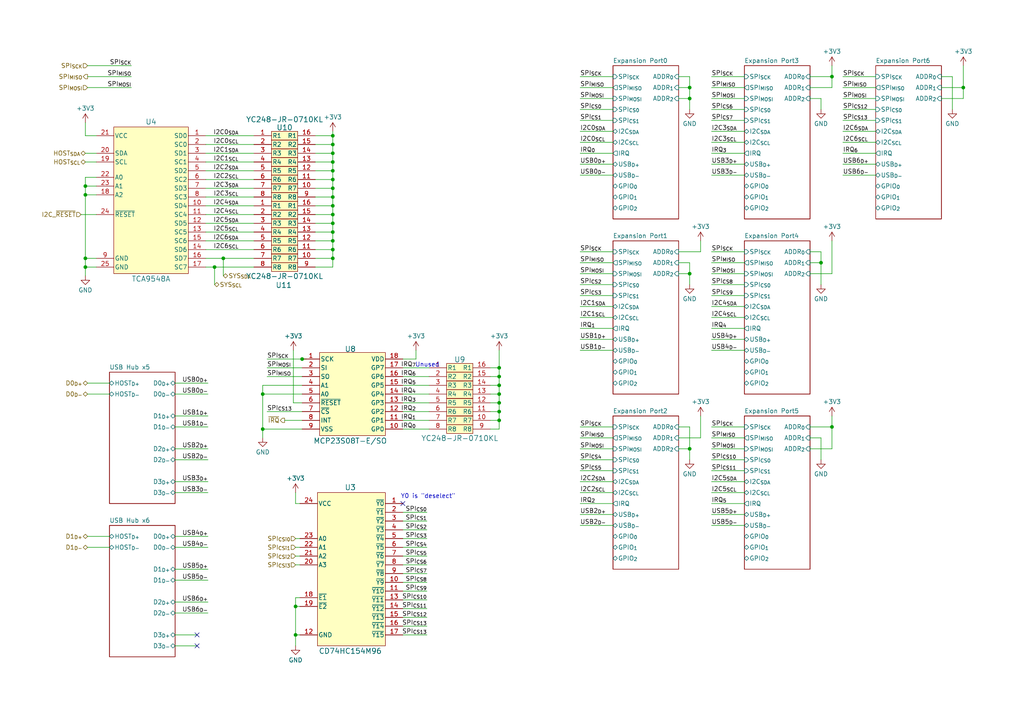
<source format=kicad_sch>
(kicad_sch (version 20231120) (generator "eeschema") (generator_version "8.0")
  (paper "A4")
  (lib_symbols
    (symbol "compi:CD74HC154M96" (pin_names (offset 0.254))
      (property "Reference" "U3" (at 0 22.86 0))
      (property "Value" "CD74HC154M96" (at 0 -22.86 0))
      (symbol "CD74HC154M96_1_1"
        (rectangle (start -9.525 22.225) (end 10.16 -22.225) (fill (type background)))
        (pin output line (at 15.24 19.05 180) (length 5.08) (name "~{Y0}") (number "1"))
        (pin output line (at 15.24 -3.81 180) (length 5.08) (name "~{Y9}") (number "10"))
        (pin output line (at 15.24 -6.35 180) (length 5.08) (name "~{Y10}") (number "11"))
        (pin power_in line (at -14.605 -19.05 0) (length 5.08) (name "GND") (number "12"))
        (pin output line (at 15.24 -8.89 180) (length 5.08) (name "~{Y11}") (number "13"))
        (pin output line (at 15.24 -11.43 180) (length 5.08) (name "~{Y12}") (number "14"))
        (pin output line (at 15.24 -13.97 180) (length 5.08) (name "~{Y13}") (number "15"))
        (pin output line (at 15.24 -16.51 180) (length 5.08) (name "~{Y14}") (number "16"))
        (pin output line (at 15.24 -19.05 180) (length 5.08) (name "~{Y15}") (number "17"))
        (pin input line (at -14.605 -8.255 0) (length 5.08) (name "~{E1}") (number "18"))
        (pin input line (at -14.605 -10.795 0) (length 5.08) (name "~{E2}") (number "19"))
        (pin output line (at 15.24 16.51 180) (length 5.08) (name "~{Y1}") (number "2"))
        (pin input line (at -14.605 1.27 0) (length 5.08) (name "A3") (number "20"))
        (pin input line (at -14.605 3.81 0) (length 5.08) (name "A2") (number "21"))
        (pin input line (at -14.605 6.35 0) (length 5.08) (name "A1") (number "22"))
        (pin input line (at -14.605 8.89 0) (length 5.08) (name "A0") (number "23"))
        (pin power_in line (at -14.605 19.05 0) (length 5.08) (name "VCC") (number "24"))
        (pin output line (at 15.24 13.97 180) (length 5.08) (name "~{Y2}") (number "3"))
        (pin output line (at 15.24 11.43 180) (length 5.08) (name "~{Y3}") (number "4"))
        (pin output line (at 15.24 8.89 180) (length 5.08) (name "~{Y4}") (number "5"))
        (pin output line (at 15.24 6.35 180) (length 5.08) (name "~{Y5}") (number "6"))
        (pin output line (at 15.24 3.81 180) (length 5.08) (name "~{Y6}") (number "7"))
        (pin output line (at 15.24 1.27 180) (length 5.08) (name "~{Y7}") (number "8"))
        (pin output line (at 15.24 -1.27 180) (length 5.08) (name "~{Y8}") (number "9"))
      )
    )
    (symbol "compi:MCP23S08T-E/SO" (pin_names (offset 0.254))
      (property "Reference" "U8" (at 0 10.922 0))
      (property "Value" "MCP23S08T-E/SO" (at 0 -13.97 0))
      (symbol "MCP23S08T-E/SO_1_1"
        (rectangle (start -8.89 10.795) (end 10.16 -13.335) (fill (type background)))
        (pin input line (at -13.97 8.89 0) (length 5.08) (name "SCK") (number "1"))
        (pin tri_state line (at 15.24 -11.43 180) (length 5.08) (name "GP0") (number "10"))
        (pin tri_state line (at 15.24 -8.89 180) (length 5.08) (name "GP1") (number "11"))
        (pin tri_state line (at 15.24 -6.35 180) (length 5.08) (name "GP2") (number "12"))
        (pin tri_state line (at 15.24 -3.81 180) (length 5.08) (name "GP3") (number "13"))
        (pin tri_state line (at 15.24 -1.27 180) (length 5.08) (name "GP4") (number "14"))
        (pin tri_state line (at 15.24 1.27 180) (length 5.08) (name "GP5") (number "15"))
        (pin tri_state line (at 15.24 3.81 180) (length 5.08) (name "GP6") (number "16"))
        (pin tri_state line (at 15.24 6.35 180) (length 5.08) (name "GP7") (number "17"))
        (pin power_in line (at 15.24 8.89 180) (length 5.08) (name "VDD") (number "18"))
        (pin input line (at -13.97 6.35 0) (length 5.08) (name "SI") (number "2"))
        (pin output line (at -13.97 3.81 0) (length 5.08) (name "SO") (number "3"))
        (pin input line (at -13.97 1.27 0) (length 5.08) (name "A1") (number "4"))
        (pin input line (at -13.97 -1.27 0) (length 5.08) (name "A0") (number "5"))
        (pin input line (at -13.97 -3.81 0) (length 5.08) (name "~{RESET}") (number "6"))
        (pin input line (at -13.97 -6.35 0) (length 5.08) (name "~{CS}") (number "7"))
        (pin output line (at -13.97 -8.89 0) (length 5.08) (name "INT") (number "8"))
        (pin power_in line (at -13.97 -11.43 0) (length 5.08) (name "VSS") (number "9"))
      )
    )
    (symbol "compi:TCA9548ARGERQ1" (pin_names (offset 0.254))
      (property "Reference" "U4" (at 0 22.225 0))
      (property "Value" "TCA9548A" (at 0 -21.59 0))
      (symbol "TCA9548ARGERQ1_1_1"
        (rectangle (start -10.795 21.59) (end 10.795 -20.955) (fill (type background)))
        (pin open_collector line (at 15.875 19.05 180) (length 5.08) (name "SD0") (number "1"))
        (pin open_collector line (at 15.875 -1.27 180) (length 5.08) (name "SD4") (number "10"))
        (pin open_collector line (at 15.875 -3.81 180) (length 5.08) (name "SC4") (number "11"))
        (pin open_collector line (at 15.875 -6.35 180) (length 5.08) (name "SD5") (number "12"))
        (pin open_collector line (at 15.875 -8.89 180) (length 5.08) (name "SC5") (number "13"))
        (pin open_collector line (at 15.875 -13.97 180) (length 5.08) (name "SD6") (number "14"))
        (pin open_collector line (at 15.875 -11.43 180) (length 5.08) (name "SC6") (number "15"))
        (pin open_collector line (at 15.875 -16.51 180) (length 5.08) (name "SD7") (number "16"))
        (pin open_collector line (at 15.875 -19.05 180) (length 5.08) (name "SC7") (number "17"))
        (pin input line (at -15.875 1.905 0) (length 5.08) (name "A2") (number "18"))
        (pin open_collector line (at -15.875 11.43 0) (length 5.08) (name "SCL") (number "19"))
        (pin open_collector line (at 15.875 16.51 180) (length 5.08) (name "SC0") (number "2"))
        (pin open_collector line (at -15.875 13.97 0) (length 5.08) (name "SDA") (number "20"))
        (pin power_in line (at -15.875 19.05 0) (length 5.08) (name "VCC") (number "21"))
        (pin input line (at -15.875 6.985 0) (length 5.08) (name "A0") (number "22"))
        (pin input line (at -15.875 4.445 0) (length 5.08) (name "A1") (number "23"))
        (pin input line (at -15.875 -3.81 0) (length 5.08) (name "~{RESET}") (number "24"))
        (pin power_in line (at -15.875 -19.05 0) (length 5.08) (name "GND") (number "25"))
        (pin open_collector line (at 15.875 13.97 180) (length 5.08) (name "SD1") (number "3"))
        (pin open_collector line (at 15.875 11.43 180) (length 5.08) (name "SC1") (number "4"))
        (pin open_collector line (at 15.875 8.89 180) (length 5.08) (name "SD2") (number "5"))
        (pin open_collector line (at 15.875 6.35 180) (length 5.08) (name "SC2") (number "6"))
        (pin open_collector line (at 15.875 3.81 180) (length 5.08) (name "SD3") (number "7"))
        (pin open_collector line (at 15.875 1.27 180) (length 5.08) (name "SC3") (number "8"))
        (pin power_in line (at -15.875 -16.51 0) (length 5.08) (name "GND") (number "9"))
      )
    )
    (symbol "compi:YC248-JR-0710KL" (pin_names (offset 0.254))
      (property "Reference" "U9" (at 0 10.414 0))
      (property "Value" "YC248-JR-0710KL" (at 0 -10.668 0))
      (symbol "YC248-JR-0710KL_1_1"
        (rectangle (start -3.81 -7.62) (end 3.81 -10.16) (fill (type background)))
        (rectangle (start -3.81 -5.08) (end 3.81 -7.62) (fill (type background)))
        (rectangle (start -3.81 -2.54) (end 3.81 -5.08) (fill (type background)))
        (rectangle (start -3.81 0) (end 3.81 -2.54) (fill (type background)))
        (rectangle (start -3.81 2.54) (end 3.81 0) (fill (type background)))
        (rectangle (start -3.81 5.08) (end 3.81 2.54) (fill (type background)))
        (rectangle (start -3.81 7.62) (end 3.81 5.08) (fill (type background)))
        (rectangle (start -3.81 10.16) (end 3.81 7.62) (fill (type background)))
        (pin passive line (at -8.89 8.89 0) (length 5.08) (name "R1") (number "1"))
        (pin passive line (at 8.89 -6.35 180) (length 5.08) (name "R7") (number "10"))
        (pin passive line (at 8.89 -3.81 180) (length 5.08) (name "R6") (number "11"))
        (pin passive line (at 8.89 -1.27 180) (length 5.08) (name "R5") (number "12"))
        (pin passive line (at 8.89 1.27 180) (length 5.08) (name "R4") (number "13"))
        (pin passive line (at 8.89 3.81 180) (length 5.08) (name "R3") (number "14"))
        (pin passive line (at 8.89 6.35 180) (length 5.08) (name "R2") (number "15"))
        (pin passive line (at 8.89 8.89 180) (length 5.08) (name "R1") (number "16"))
        (pin passive line (at -8.89 6.35 0) (length 5.08) (name "R2") (number "2"))
        (pin passive line (at -8.89 3.81 0) (length 5.08) (name "R3") (number "3"))
        (pin passive line (at -8.89 1.27 0) (length 5.08) (name "R4") (number "4"))
        (pin passive line (at -8.89 -1.27 0) (length 5.08) (name "R5") (number "5"))
        (pin passive line (at -8.89 -3.81 0) (length 5.08) (name "R6") (number "6"))
        (pin passive line (at -8.89 -6.35 0) (length 5.08) (name "R7") (number "7"))
        (pin passive line (at -8.89 -8.89 0) (length 5.08) (name "R8") (number "8"))
        (pin passive line (at 8.89 -8.89 180) (length 5.08) (name "R8") (number "9"))
      )
    )
    (symbol "power:+3V3" (power) (pin_names (offset 0))
      (property "Value" "+3V3" (at 0 3.556 0))
      (symbol "+3V3_0_1"
        (polyline (pts (xy -0.762 1.27) (xy 0 2.54)))
        (polyline (pts (xy 0 0) (xy 0 2.54)))
        (polyline (pts (xy 0 2.54) (xy 0.762 1.27)))
      )
      (symbol "+3V3_1_1"
        (pin power_in line (at 0 0 90) (length 0) hide (name "+3V3") (number "1"))
      )
    )
    (symbol "power:GND" (power) (pin_names (offset 0))
      (property "Value" "GND" (at 0 -3.81 0))
      (symbol "GND_0_1"
        (polyline (pts (xy 0 0) (xy 0 -1.27) (xy 1.27 -1.27) (xy 0 -2.54) (xy -1.27 -1.27) (xy 0 -1.27)))
      )
      (symbol "GND_1_1"
        (pin power_in line (at 0 0 270) (length 0) hide (name "GND") (number "1"))
      )
    )
  )
  (junction (at 96.52 54.61))
  (junction (at 96.52 72.39))
  (junction (at 96.52 52.07))
  (junction (at 62.23 77.47))
  (junction (at 96.52 67.31))
  (junction (at 76.2 124.46))
  (junction (at 96.52 64.77))
  (junction (at 200.025 130.175))
  (junction (at 144.78 121.92))
  (junction (at 144.78 109.22))
  (junction (at 144.78 106.68))
  (junction (at 144.78 114.3))
  (junction (at 85.725 175.895))
  (junction (at 144.78 116.84))
  (junction (at 200.025 28.575))
  (junction (at 144.78 111.76))
  (junction (at 96.52 59.69))
  (junction (at 96.52 57.15))
  (junction (at 238.125 76.2))
  (junction (at 144.78 119.38))
  (junction (at 96.52 62.23))
  (junction (at 200.025 25.4))
  (junction (at 96.52 49.53))
  (junction (at 85.725 184.15))
  (junction (at 24.765 74.93))
  (junction (at 241.3 22.225))
  (junction (at 279.4 25.4))
  (junction (at 96.52 74.93))
  (junction (at 96.52 69.85))
  (junction (at 96.52 39.37))
  (junction (at 96.52 44.45))
  (junction (at 24.765 56.515))
  (junction (at 200.025 79.375))
  (junction (at 24.765 77.47))
  (junction (at 241.3 123.825))
  (junction (at 64.77 74.93))
  (junction (at 96.52 46.99))
  (junction (at 96.52 41.91))
  (junction (at 87.63 104.14))
  (junction (at 76.2 114.3))
  (junction (at 24.765 53.975))
  (no_connect (at 57.15 184.15))
  (no_connect (at 116.84 146.05))
  (no_connect (at 57.15 187.325))
  (wire (pts (xy 59.69 59.69) (xy 73.66 59.69)))
  (wire (pts (xy 50.8 187.325) (xy 57.15 187.325)))
  (wire (pts (xy 196.85 22.225) (xy 200.025 22.225)))
  (wire (pts (xy 177.8 25.4) (xy 168.275 25.4)))
  (wire (pts (xy 200.025 79.375) (xy 200.025 82.55)))
  (wire (pts (xy 215.9 133.35) (xy 206.375 133.35)))
  (wire (pts (xy 116.84 181.61) (xy 123.825 181.61)))
  (wire (pts (xy 200.025 28.575) (xy 200.025 31.75)))
  (wire (pts (xy 177.8 101.6) (xy 168.275 101.6)))
  (wire (pts (xy 234.95 130.175) (xy 241.3 130.175)))
  (wire (pts (xy 196.85 28.575) (xy 200.025 28.575)))
  (wire (pts (xy 24.765 53.975) (xy 27.94 53.975)))
  (wire (pts (xy 215.9 149.225) (xy 206.375 149.225)))
  (wire (pts (xy 91.44 52.07) (xy 96.52 52.07)))
  (wire (pts (xy 177.8 79.375) (xy 168.275 79.375)))
  (wire (pts (xy 62.23 77.47) (xy 73.66 77.47)))
  (wire (pts (xy 196.85 73.025) (xy 203.2 73.025)))
  (wire (pts (xy 82.55 121.92) (xy 87.63 121.92)))
  (wire (pts (xy 273.05 25.4) (xy 279.4 25.4)))
  (wire (pts (xy 142.24 109.22) (xy 144.78 109.22)))
  (wire (pts (xy 244.475 31.75) (xy 254 31.75)))
  (wire (pts (xy 206.375 38.1) (xy 215.9 38.1)))
  (wire (pts (xy 196.85 123.825) (xy 200.025 123.825)))
  (wire (pts (xy 91.44 77.47) (xy 96.52 77.47)))
  (wire (pts (xy 215.9 28.575) (xy 206.375 28.575)))
  (wire (pts (xy 91.44 41.91) (xy 96.52 41.91)))
  (wire (pts (xy 50.8 120.65) (xy 60.325 120.65)))
  (wire (pts (xy 116.84 184.15) (xy 123.825 184.15)))
  (wire (pts (xy 116.84 104.14) (xy 120.65 104.14)))
  (wire (pts (xy 206.375 95.25) (xy 215.9 95.25)))
  (wire (pts (xy 254 47.625) (xy 244.475 47.625)))
  (wire (pts (xy 142.24 114.3) (xy 144.78 114.3)))
  (wire (pts (xy 76.2 111.76) (xy 76.2 114.3)))
  (wire (pts (xy 96.52 44.45) (xy 96.52 46.99)))
  (wire (pts (xy 24.765 74.93) (xy 24.765 77.47)))
  (wire (pts (xy 24.765 77.47) (xy 27.94 77.47)))
  (wire (pts (xy 87.63 111.76) (xy 76.2 111.76)))
  (wire (pts (xy 177.8 149.225) (xy 168.275 149.225)))
  (wire (pts (xy 116.84 148.59) (xy 123.825 148.59)))
  (wire (pts (xy 85.725 161.29) (xy 86.995 161.29)))
  (wire (pts (xy 196.85 130.175) (xy 200.025 130.175)))
  (wire (pts (xy 234.95 127) (xy 238.125 127)))
  (wire (pts (xy 234.95 22.225) (xy 241.3 22.225)))
  (wire (pts (xy 116.84 176.53) (xy 123.825 176.53)))
  (wire (pts (xy 25.4 111.125) (xy 31.75 111.125)))
  (wire (pts (xy 116.84 158.75) (xy 123.825 158.75)))
  (wire (pts (xy 215.9 47.625) (xy 206.375 47.625)))
  (wire (pts (xy 206.375 92.075) (xy 215.9 92.075)))
  (wire (pts (xy 85.725 187.325) (xy 85.725 184.15)))
  (wire (pts (xy 116.84 121.92) (xy 124.46 121.92)))
  (wire (pts (xy 91.44 67.31) (xy 96.52 67.31)))
  (wire (pts (xy 116.84 168.91) (xy 123.825 168.91)))
  (wire (pts (xy 50.8 174.625) (xy 60.325 174.625)))
  (wire (pts (xy 59.69 44.45) (xy 73.66 44.45)))
  (wire (pts (xy 177.8 22.225) (xy 168.275 22.225)))
  (wire (pts (xy 142.24 116.84) (xy 144.78 116.84)))
  (wire (pts (xy 142.24 119.38) (xy 144.78 119.38)))
  (wire (pts (xy 87.63 109.22) (xy 77.47 109.22)))
  (wire (pts (xy 85.725 175.895) (xy 85.725 184.15)))
  (wire (pts (xy 85.725 173.355) (xy 85.725 175.895)))
  (wire (pts (xy 24.765 35.56) (xy 24.765 39.37)))
  (wire (pts (xy 116.84 166.37) (xy 123.825 166.37)))
  (wire (pts (xy 177.8 136.525) (xy 168.275 136.525)))
  (wire (pts (xy 177.8 50.8) (xy 168.275 50.8)))
  (wire (pts (xy 59.69 52.07) (xy 73.66 52.07)))
  (wire (pts (xy 85.725 142.875) (xy 85.725 146.05)))
  (wire (pts (xy 116.84 114.3) (xy 124.46 114.3)))
  (wire (pts (xy 142.24 106.68) (xy 144.78 106.68)))
  (wire (pts (xy 116.84 153.67) (xy 123.825 153.67)))
  (wire (pts (xy 238.125 127) (xy 238.125 133.35)))
  (wire (pts (xy 241.3 79.375) (xy 241.3 69.85)))
  (wire (pts (xy 50.8 168.275) (xy 60.325 168.275)))
  (wire (pts (xy 206.375 146.05) (xy 215.9 146.05)))
  (wire (pts (xy 206.375 85.725) (xy 215.9 85.725)))
  (wire (pts (xy 62.23 82.55) (xy 62.23 77.47)))
  (wire (pts (xy 116.84 111.76) (xy 124.46 111.76)))
  (wire (pts (xy 91.44 74.93) (xy 96.52 74.93)))
  (wire (pts (xy 50.8 111.125) (xy 60.325 111.125)))
  (wire (pts (xy 177.8 76.2) (xy 168.275 76.2)))
  (wire (pts (xy 25.4 22.225) (xy 38.1 22.225)))
  (wire (pts (xy 241.3 25.4) (xy 241.3 22.225)))
  (wire (pts (xy 215.9 79.375) (xy 206.375 79.375)))
  (wire (pts (xy 144.78 116.84) (xy 144.78 119.38)))
  (wire (pts (xy 279.4 25.4) (xy 279.4 19.05)))
  (wire (pts (xy 196.85 25.4) (xy 200.025 25.4)))
  (wire (pts (xy 168.275 38.1) (xy 177.8 38.1)))
  (wire (pts (xy 177.8 152.4) (xy 168.275 152.4)))
  (wire (pts (xy 96.52 72.39) (xy 96.52 74.93)))
  (wire (pts (xy 200.025 123.825) (xy 200.025 130.175)))
  (wire (pts (xy 177.8 130.175) (xy 168.275 130.175)))
  (wire (pts (xy 238.125 76.2) (xy 238.125 82.55)))
  (wire (pts (xy 91.44 59.69) (xy 96.52 59.69)))
  (wire (pts (xy 50.8 184.15) (xy 57.15 184.15)))
  (wire (pts (xy 96.52 69.85) (xy 96.52 72.39)))
  (wire (pts (xy 91.44 54.61) (xy 96.52 54.61)))
  (wire (pts (xy 25.4 158.75) (xy 31.75 158.75)))
  (wire (pts (xy 200.025 76.2) (xy 200.025 79.375)))
  (wire (pts (xy 215.9 82.55) (xy 206.375 82.55)))
  (wire (pts (xy 64.77 80.01) (xy 64.77 74.93)))
  (wire (pts (xy 23.495 62.23) (xy 27.94 62.23)))
  (wire (pts (xy 91.44 46.99) (xy 96.52 46.99)))
  (wire (pts (xy 215.9 98.425) (xy 206.375 98.425)))
  (wire (pts (xy 24.765 51.435) (xy 24.765 53.975)))
  (wire (pts (xy 116.84 161.29) (xy 123.825 161.29)))
  (wire (pts (xy 241.3 22.225) (xy 241.3 19.05)))
  (wire (pts (xy 76.2 124.46) (xy 87.63 124.46)))
  (wire (pts (xy 234.95 25.4) (xy 241.3 25.4)))
  (wire (pts (xy 116.84 171.45) (xy 123.825 171.45)))
  (wire (pts (xy 142.24 124.46) (xy 144.78 124.46)))
  (wire (pts (xy 76.2 114.3) (xy 76.2 124.46)))
  (wire (pts (xy 96.52 41.91) (xy 96.52 44.45)))
  (wire (pts (xy 25.4 19.05) (xy 38.1 19.05)))
  (wire (pts (xy 177.8 28.575) (xy 168.275 28.575)))
  (wire (pts (xy 177.8 133.35) (xy 168.275 133.35)))
  (wire (pts (xy 215.9 73.025) (xy 206.375 73.025)))
  (wire (pts (xy 96.52 59.69) (xy 96.52 62.23)))
  (wire (pts (xy 200.025 22.225) (xy 200.025 25.4)))
  (wire (pts (xy 215.9 123.825) (xy 206.375 123.825)))
  (wire (pts (xy 59.69 54.61) (xy 73.66 54.61)))
  (wire (pts (xy 200.025 130.175) (xy 200.025 133.35)))
  (wire (pts (xy 59.69 41.91) (xy 73.66 41.91)))
  (wire (pts (xy 177.8 127) (xy 168.275 127)))
  (wire (pts (xy 50.8 133.35) (xy 60.325 133.35)))
  (wire (pts (xy 177.8 34.925) (xy 168.275 34.925)))
  (wire (pts (xy 234.95 76.2) (xy 238.125 76.2)))
  (wire (pts (xy 142.24 111.76) (xy 144.78 111.76)))
  (wire (pts (xy 86.995 173.355) (xy 85.725 173.355)))
  (wire (pts (xy 85.725 158.75) (xy 86.995 158.75)))
  (wire (pts (xy 177.8 98.425) (xy 168.275 98.425)))
  (wire (pts (xy 96.52 62.23) (xy 96.52 64.77)))
  (wire (pts (xy 215.9 130.175) (xy 206.375 130.175)))
  (wire (pts (xy 215.9 101.6) (xy 206.375 101.6)))
  (wire (pts (xy 279.4 28.575) (xy 279.4 25.4)))
  (wire (pts (xy 96.52 67.31) (xy 96.52 69.85)))
  (wire (pts (xy 91.44 72.39) (xy 96.52 72.39)))
  (wire (pts (xy 254 50.8) (xy 244.475 50.8)))
  (wire (pts (xy 244.475 38.1) (xy 254 38.1)))
  (wire (pts (xy 254 22.225) (xy 244.475 22.225)))
  (wire (pts (xy 91.44 39.37) (xy 96.52 39.37)))
  (wire (pts (xy 200.025 25.4) (xy 200.025 28.575)))
  (wire (pts (xy 144.78 111.76) (xy 144.78 114.3)))
  (wire (pts (xy 206.375 142.875) (xy 215.9 142.875)))
  (wire (pts (xy 215.9 50.8) (xy 206.375 50.8)))
  (wire (pts (xy 206.375 41.275) (xy 215.9 41.275)))
  (wire (pts (xy 50.8 177.8) (xy 60.325 177.8)))
  (wire (pts (xy 76.2 114.3) (xy 87.63 114.3)))
  (wire (pts (xy 50.8 142.875) (xy 60.325 142.875)))
  (wire (pts (xy 24.765 56.515) (xy 27.94 56.515)))
  (wire (pts (xy 196.85 79.375) (xy 200.025 79.375)))
  (wire (pts (xy 59.69 57.15) (xy 73.66 57.15)))
  (wire (pts (xy 116.84 151.13) (xy 123.825 151.13)))
  (wire (pts (xy 168.275 44.45) (xy 177.8 44.45)))
  (wire (pts (xy 206.375 88.9) (xy 215.9 88.9)))
  (wire (pts (xy 206.375 34.925) (xy 215.9 34.925)))
  (wire (pts (xy 142.24 121.92) (xy 144.78 121.92)))
  (wire (pts (xy 24.765 46.99) (xy 27.94 46.99)))
  (wire (pts (xy 116.84 109.22) (xy 124.46 109.22)))
  (wire (pts (xy 59.69 69.85) (xy 73.66 69.85)))
  (wire (pts (xy 116.84 156.21) (xy 123.825 156.21)))
  (wire (pts (xy 85.725 163.83) (xy 86.995 163.83)))
  (wire (pts (xy 144.78 109.22) (xy 144.78 111.76)))
  (wire (pts (xy 50.8 165.1) (xy 60.325 165.1)))
  (wire (pts (xy 206.375 139.7) (xy 215.9 139.7)))
  (wire (pts (xy 168.275 139.7) (xy 177.8 139.7)))
  (wire (pts (xy 59.69 46.99) (xy 73.66 46.99)))
  (wire (pts (xy 59.69 64.77) (xy 73.66 64.77)))
  (wire (pts (xy 116.84 163.83) (xy 123.825 163.83)))
  (wire (pts (xy 116.84 124.46) (xy 124.46 124.46)))
  (wire (pts (xy 168.275 41.275) (xy 177.8 41.275)))
  (wire (pts (xy 238.125 73.025) (xy 238.125 76.2)))
  (wire (pts (xy 96.52 38.1) (xy 96.52 39.37)))
  (wire (pts (xy 120.65 101.6) (xy 120.65 104.14)))
  (wire (pts (xy 91.44 64.77) (xy 96.52 64.77)))
  (wire (pts (xy 144.78 121.92) (xy 144.78 124.46)))
  (wire (pts (xy 144.78 101.6) (xy 144.78 106.68)))
  (wire (pts (xy 116.84 116.84) (xy 124.46 116.84)))
  (wire (pts (xy 77.47 119.38) (xy 87.63 119.38)))
  (wire (pts (xy 215.9 22.225) (xy 206.375 22.225)))
  (wire (pts (xy 24.765 53.975) (xy 24.765 56.515)))
  (wire (pts (xy 234.95 28.575) (xy 238.125 28.575)))
  (wire (pts (xy 59.69 62.23) (xy 73.66 62.23)))
  (wire (pts (xy 87.63 104.14) (xy 77.47 104.14)))
  (wire (pts (xy 85.725 175.895) (xy 86.995 175.895)))
  (wire (pts (xy 96.52 54.61) (xy 96.52 57.15)))
  (wire (pts (xy 144.78 119.38) (xy 144.78 121.92)))
  (wire (pts (xy 50.8 123.825) (xy 60.325 123.825)))
  (wire (pts (xy 203.2 73.025) (xy 203.2 69.85)))
  (wire (pts (xy 116.84 173.99) (xy 123.825 173.99)))
  (wire (pts (xy 168.275 142.875) (xy 177.8 142.875)))
  (wire (pts (xy 59.69 74.93) (xy 64.77 74.93)))
  (wire (pts (xy 177.8 123.825) (xy 168.275 123.825)))
  (wire (pts (xy 50.8 114.3) (xy 60.325 114.3)))
  (wire (pts (xy 215.9 76.2) (xy 206.375 76.2)))
  (wire (pts (xy 116.84 179.07) (xy 123.825 179.07)))
  (wire (pts (xy 234.95 123.825) (xy 241.3 123.825)))
  (wire (pts (xy 59.69 67.31) (xy 73.66 67.31)))
  (wire (pts (xy 87.63 106.68) (xy 77.47 106.68)))
  (wire (pts (xy 168.275 88.9) (xy 177.8 88.9)))
  (wire (pts (xy 234.95 73.025) (xy 238.125 73.025)))
  (wire (pts (xy 168.275 92.075) (xy 177.8 92.075)))
  (wire (pts (xy 59.69 72.39) (xy 73.66 72.39)))
  (wire (pts (xy 50.8 130.175) (xy 60.325 130.175)))
  (wire (pts (xy 76.2 124.46) (xy 76.2 127)))
  (wire (pts (xy 144.78 106.68) (xy 144.78 109.22)))
  (wire (pts (xy 168.275 95.25) (xy 177.8 95.25)))
  (wire (pts (xy 144.78 114.3) (xy 144.78 116.84)))
  (wire (pts (xy 85.725 156.21) (xy 86.995 156.21)))
  (wire (pts (xy 25.4 155.575) (xy 31.75 155.575)))
  (wire (pts (xy 91.44 49.53) (xy 96.52 49.53)))
  (wire (pts (xy 177.8 31.75) (xy 168.275 31.75)))
  (wire (pts (xy 244.475 44.45) (xy 254 44.45)))
  (wire (pts (xy 85.09 101.6) (xy 85.09 116.84)))
  (wire (pts (xy 238.125 28.575) (xy 238.125 31.75)))
  (wire (pts (xy 273.05 22.225) (xy 276.225 22.225)))
  (wire (pts (xy 196.85 76.2) (xy 200.025 76.2)))
  (wire (pts (xy 196.85 127) (xy 203.2 127)))
  (wire (pts (xy 254 25.4) (xy 244.475 25.4)))
  (wire (pts (xy 96.52 52.07) (xy 96.52 54.61)))
  (wire (pts (xy 91.44 69.85) (xy 96.52 69.85)))
  (wire (pts (xy 203.2 127) (xy 203.2 120.65)))
  (wire (pts (xy 177.8 73.025) (xy 168.275 73.025)))
  (wire (pts (xy 24.765 74.93) (xy 27.94 74.93)))
  (wire (pts (xy 96.52 57.15) (xy 96.52 59.69)))
  (wire (pts (xy 206.375 44.45) (xy 215.9 44.45)))
  (wire (pts (xy 168.275 146.05) (xy 177.8 146.05)))
  (wire (pts (xy 241.3 123.825) (xy 241.3 120.65)))
  (wire (pts (xy 27.94 39.37) (xy 24.765 39.37)))
  (wire (pts (xy 116.84 119.38) (xy 124.46 119.38)))
  (wire (pts (xy 87.63 116.84) (xy 85.09 116.84)))
  (wire (pts (xy 276.225 22.225) (xy 276.225 31.75)))
  (wire (pts (xy 27.94 51.435) (xy 24.765 51.435)))
  (wire (pts (xy 116.84 106.68) (xy 124.46 106.68)))
  (wire (pts (xy 241.3 123.825) (xy 241.3 130.175)))
  (wire (pts (xy 96.52 64.77) (xy 96.52 67.31)))
  (wire (pts (xy 96.52 49.53) (xy 96.52 52.07)))
  (wire (pts (xy 254 28.575) (xy 244.475 28.575)))
  (wire (pts (xy 91.44 62.23) (xy 96.52 62.23)))
  (wire (pts (xy 64.77 74.93) (xy 73.66 74.93)))
  (wire (pts (xy 27.94 44.45) (xy 24.765 44.45)))
  (wire (pts (xy 215.9 25.4) (xy 206.375 25.4)))
  (wire (pts (xy 215.9 127) (xy 206.375 127)))
  (wire (pts (xy 59.69 49.53) (xy 73.66 49.53)))
  (wire (pts (xy 91.44 57.15) (xy 96.52 57.15)))
  (wire (pts (xy 215.9 31.75) (xy 206.375 31.75)))
  (wire (pts (xy 24.765 77.47) (xy 24.765 80.01)))
  (wire (pts (xy 24.765 56.515) (xy 24.765 74.93)))
  (wire (pts (xy 215.9 136.525) (xy 206.375 136.525)))
  (wire (pts (xy 96.52 46.99) (xy 96.52 49.53)))
  (wire (pts (xy 177.8 82.55) (xy 168.275 82.55)))
  (wire (pts (xy 244.475 41.275) (xy 254 41.275)))
  (wire (pts (xy 86.995 146.05) (xy 85.725 146.05)))
  (wire (pts (xy 88.9 104.14) (xy 87.63 104.14)))
  (wire (pts (xy 273.05 28.575) (xy 279.4 28.575)))
  (wire (pts (xy 96.52 74.93) (xy 96.52 77.47)))
  (wire (pts (xy 50.8 158.75) (xy 60.325 158.75)))
  (wire (pts (xy 50.8 155.575) (xy 60.325 155.575)))
  (wire (pts (xy 91.44 44.45) (xy 96.52 44.45)))
  (wire (pts (xy 25.4 114.3) (xy 31.75 114.3)))
  (wire (pts (xy 177.8 85.725) (xy 168.275 85.725)))
  (wire (pts (xy 59.69 39.37) (xy 73.66 39.37)))
  (wire (pts (xy 59.69 77.47) (xy 62.23 77.47)))
  (wire (pts (xy 254 34.925) (xy 244.475 34.925)))
  (wire (pts (xy 215.9 152.4) (xy 206.375 152.4)))
  (wire (pts (xy 25.4 25.4) (xy 38.1 25.4)))
  (wire (pts (xy 50.8 139.7) (xy 60.325 139.7)))
  (wire (pts (xy 85.725 184.15) (xy 86.995 184.15)))
  (wire (pts (xy 96.52 39.37) (xy 96.52 41.91)))
  (wire (pts (xy 234.95 79.375) (xy 241.3 79.375)))
  (wire (pts (xy 177.8 47.625) (xy 168.275 47.625)))
  (text "Unused" (at 123.952 105.918 0) (effects (font (size 1.27 1.27))))
  (text "Y0 is \"deselect\"" (at 116.205 144.78 0) (effects (font (size 1.27 1.27)) (justify left bottom)))
  (label "USB3_{D+}" (at 60.325 139.7 180))
  (label "I2C2_{SDA}" (at 69.215 49.53 180))
  (label "USB4_{D-}" (at 60.325 158.75 180))
  (label "SPI_{MISO}" (at 168.275 25.4 0))
  (label "I2C2_{SDA}" (at 168.275 139.7 0))
  (label "USB1_{D+}" (at 60.325 120.65 180))
  (label "SPI_{SCK}" (at 38.1 19.05 180))
  (label "I2C5_{SCL}" (at 69.215 67.31 180))
  (label "USB2_{D-}" (at 60.325 133.35 180))
  (label "IRQ_{1}" (at 120.65 121.92 180))
  (label "SPI_{MISO}" (at 244.475 25.4 0))
  (label "SPI_{SCK}" (at 168.275 22.225 0))
  (label "SPI_{CS8}" (at 123.825 168.91 180))
  (label "SPI_{CS4}" (at 123.825 158.75 180))
  (label "SPI_{CS3}" (at 123.825 156.21 180))
  (label "SPI_{MOSI}" (at 38.1 25.4 180))
  (label "I2C5_{SDA}" (at 69.215 64.77 180))
  (label "SPI_{MISO}" (at 206.375 25.4 0))
  (label "I2C4_{SDA}" (at 69.215 59.69 180))
  (label "USB4_{D+}" (at 60.325 155.575 180))
  (label "USB2_{D-}" (at 168.275 152.4 0))
  (label "SPI_{CS13}" (at 123.825 181.61 180))
  (label "I2C4_{SCL}" (at 206.375 92.075 0))
  (label "SPI_{CS2}" (at 168.275 82.55 0))
  (label "IRQ_{4}" (at 206.375 95.25 0))
  (label "SPI_{MOSI}" (at 168.275 130.175 0))
  (label "SPI_{CS9}" (at 206.375 85.725 0))
  (label "SPI_{CS2}" (at 123.825 153.67 180))
  (label "I2C1_{SDA}" (at 168.275 88.9 0))
  (label "IRQ_{5}" (at 120.65 111.76 180))
  (label "IRQ_{3}" (at 206.375 44.45 0))
  (label "I2C6_{SCL}" (at 244.475 41.275 0))
  (label "I2C6_{SDA}" (at 69.215 69.85 180))
  (label "I2C2_{SCL}" (at 69.215 52.07 180))
  (label "I2C5_{SCL}" (at 206.375 142.875 0))
  (label "I2C3_{SDA}" (at 206.375 38.1 0))
  (label "IRQ_{5}" (at 206.375 146.05 0))
  (label "SPI_{CS12}" (at 123.825 179.07 180))
  (label "USB6_{D-}" (at 60.325 177.8 180))
  (label "SPI_{MISO}" (at 77.47 109.22 0))
  (label "SPI_{CS13}" (at 77.47 119.38 0))
  (label "SPI_{CS6}" (at 123.825 163.83 180))
  (label "IRQ_{0}" (at 120.65 124.46 180))
  (label "SPI_{MISO}" (at 206.375 76.2 0))
  (label "SPI_{MOSI}" (at 206.375 130.175 0))
  (label "USB6_{D-}" (at 244.475 50.8 0))
  (label "SPI_{CS7}" (at 206.375 34.925 0))
  (label "USB1_{D-}" (at 60.325 123.825 180))
  (label "USB5_{D+}" (at 60.325 165.1 180))
  (label "SPI_{CS7}" (at 123.825 166.37 180))
  (label "I2C2_{SCL}" (at 168.275 142.875 0))
  (label "SPI_{CS9}" (at 123.825 171.45 180))
  (label "SPI_{CS5}" (at 168.275 136.525 0))
  (label "USB1_{D+}" (at 168.275 98.425 0))
  (label "SPI_{SCK}" (at 168.275 73.025 0))
  (label "USB2_{D+}" (at 168.275 149.225 0))
  (label "IRQ_{6}" (at 120.65 109.22 180))
  (label "USB5_{D-}" (at 206.375 152.4 0))
  (label "SPI_{SCK}" (at 206.375 73.025 0))
  (label "SPI_{MOSI}" (at 168.275 79.375 0))
  (label "IRQ_{0}" (at 168.275 44.45 0))
  (label "I2C0_{SDA}" (at 69.215 39.37 180))
  (label "IRQ_{1}" (at 168.275 95.25 0))
  (label "SPI_{MOSI}" (at 206.375 28.575 0))
  (label "I2C3_{SDA}" (at 69.215 54.61 180))
  (label "USB1_{D-}" (at 168.275 101.6 0))
  (label "SPI_{MOSI}" (at 244.475 28.575 0))
  (label "SPI_{CS12}" (at 244.475 31.75 0))
  (label "SPI_{MOSI}" (at 168.275 28.575 0))
  (label "USB0_{D-}" (at 168.275 50.8 0))
  (label "SPI_{CS13}" (at 244.475 34.925 0))
  (label "IRQ_{2}" (at 120.65 119.38 180))
  (label "USB4_{D+}" (at 206.375 98.425 0))
  (label "SPI_{CS5}" (at 123.825 161.29 180))
  (label "SPI_{SCK}" (at 206.375 22.225 0))
  (label "SPI_{SCK}" (at 77.47 104.14 0))
  (label "I2C3_{SCL}" (at 206.375 41.275 0))
  (label "USB4_{D-}" (at 206.375 101.6 0))
  (label "USB3_{D+}" (at 206.375 47.625 0))
  (label "IRQ_{2}" (at 168.275 146.05 0))
  (label "SPI_{SCK}" (at 206.375 123.825 0))
  (label "SPI_{CS3}" (at 168.275 85.725 0))
  (label "SPI_{CS4}" (at 168.275 133.35 0))
  (label "I2C3_{SCL}" (at 69.215 57.15 180))
  (label "SPI_{MOSI}" (at 77.47 106.68 0))
  (label "SPI_{CS11}" (at 206.375 136.525 0))
  (label "IRQ_{3}" (at 120.65 116.84 180))
  (label "USB2_{D+}" (at 60.325 130.175 180))
  (label "USB5_{D+}" (at 206.375 149.225 0))
  (label "USB6_{D+}" (at 244.475 47.625 0))
  (label "SPI_{CS0}" (at 123.825 148.59 180))
  (label "I2C4_{SCL}" (at 69.215 62.23 180))
  (label "I2C1_{SDA}" (at 69.215 44.45 180))
  (label "SPI_{MOSI}" (at 206.375 79.375 0))
  (label "USB0_{D+}" (at 168.275 47.625 0))
  (label "SPI_{CS13}" (at 123.825 184.15 180))
  (label "USB0_{D-}" (at 60.325 114.3 180))
  (label "USB3_{D-}" (at 206.375 50.8 0))
  (label "I2C1_{SCL}" (at 168.275 92.075 0))
  (label "SPI_{CS6}" (at 206.375 31.75 0))
  (label "SPI_{MISO}" (at 168.275 127 0))
  (label "SPI_{CS1}" (at 168.275 34.925 0))
  (label "USB3_{D-}" (at 60.325 142.875 180))
  (label "I2C0_{SCL}" (at 168.275 41.275 0))
  (label "IRQ_{6}" (at 244.475 44.45 0))
  (label "SPI_{MISO}" (at 206.375 127 0))
  (label "SPI_{CS8}" (at 206.375 82.55 0))
  (label "IRQ_{4}" (at 120.65 114.3 180))
  (label "I2C6_{SDA}" (at 244.475 38.1 0))
  (label "SPI_{MISO}" (at 168.275 76.2 0))
  (label "I2C1_{SCL}" (at 69.215 46.99 180))
  (label "SPI_{MISO}" (at 38.1 22.225 180))
  (label "I2C6_{SCL}" (at 69.215 72.39 180))
  (label "USB0_{D+}" (at 60.325 111.125 180))
  (label "SPI_{SCK}" (at 244.475 22.225 0))
  (label "SPI_{CS10}" (at 206.375 133.35 0))
  (label "SPI_{CS0}" (at 168.275 31.75 0))
  (label "I2C0_{SDA}" (at 168.275 38.1 0))
  (label "USB5_{D-}" (at 60.325 168.275 180))
  (label "I2C5_{SDA}" (at 206.375 139.7 0))
  (label "SPI_{CS1}" (at 123.825 151.13 180))
  (label "IRQ_{7}" (at 120.65 106.68 180))
  (label "USB6_{D+}" (at 60.325 174.625 180))
  (label "SPI_{CS10}" (at 123.825 173.99 180))
  (label "SPI_{CS11}" (at 123.825 176.53 180))
  (label "I2C4_{SDA}" (at 206.375 88.9 0))
  (label "I2C0_{SCL}" (at 69.215 41.91 180))
  (label "SPI_{SCK}" (at 168.275 123.825 0))
  (hierarchical_label "I2C_~{RESET}" (shape input) (at 23.495 62.23 180))
  (hierarchical_label "D1_{D-}" (shape bidirectional) (at 25.4 158.75 180))
  (hierarchical_label "D0_{D+}" (shape bidirectional) (at 25.4 111.125 180))
  (hierarchical_label "SPI_{MISO}" (shape output) (at 25.4 22.225 180))
  (hierarchical_label "SYS_{SDA}" (shape bidirectional) (at 64.77 80.01 0))
  (hierarchical_label "SPI_{CSi2}" (shape input) (at 85.725 161.29 180))
  (hierarchical_label "~{IRQ}" (shape output) (at 82.55 121.92 180))
  (hierarchical_label "SPI_{MOSI}" (shape input) (at 25.4 25.4 180))
  (hierarchical_label "D1_{D+}" (shape bidirectional) (at 25.4 155.575 180))
  (hierarchical_label "SYS_{SCL}" (shape bidirectional) (at 62.23 82.55 0))
  (hierarchical_label "HOST_{SCL}" (shape bidirectional) (at 24.765 46.99 180))
  (hierarchical_label "SPI_{CSi1}" (shape input) (at 85.725 158.75 180))
  (hierarchical_label "HOST_{SDA}" (shape bidirectional) (at 24.765 44.45 180))
  (hierarchical_label "SPI_{SCK}" (shape input) (at 25.4 19.05 180))
  (hierarchical_label "SPI_{CSi0}" (shape input) (at 85.725 156.21 180))
  (hierarchical_label "SPI_{CSi3}" (shape input) (at 85.725 163.83 180))
  (hierarchical_label "D0_{D-}" (shape bidirectional) (at 25.4 114.3 180))
  (symbol (lib_id "power:+3V3") (at 203.2 120.65 0) (unit 1)
    (property "Reference" "#PWR014" (effects (hide yes)))
    (property "Value" "+3V3" (at 203.2 116.5169 0))
  )
  (symbol (lib_id "power:+3V3") (at 279.4 19.05 0) (unit 1)
    (property "Reference" "#PWR038" (effects (hide yes)))
    (property "Value" "+3V3" (at 279.4 14.9169 0))
  )
  (symbol (lib_id "power:GND") (at 200.025 133.35 0) (unit 1)
    (property "Reference" "#PWR013" (effects (hide yes)))
    (property "Value" "GND" (at 200.025 137.4831 0))
  )
  (symbol (lib_id "compi:YC248-JR-0710KL") (at 82.55 48.26 0) (unit 1)
    (property "Reference" "U10" (at 82.55 37.846 0) (effects (font (size 1.524 1.524)) (justify bottom)))
    (property "Value" "YC248-JR-0710KL" (at 82.55 33.782 0) (effects (font (size 1.524 1.524)) (justify top)))
    (property "Footprint" "compi:YC248-JR-0710KL" (effects (hide yes)))
    (property "Datasheet" "https://www.yageo.com/upload/media/product/app/datasheet/rchip/pyu-yc_tc_group_51_rohs_l.pdf" (effects (hide yes)))
    (property "Description" "10k Ohm ±5% 62.5mW Power Per Element Isolated 8 Resistor Network/Array ±200ppm/°C 1606, Convex, Long Side Terminals" (effects (hide yes)))
    (property "DigiKey Part No." "13-YC248-JR-0710KLCT-ND" (effects (hide yes)))
    (property "TroniDex Component ID" "YC248-JR-0710KL" (effects (hide yes)))
    (property "TroniDex Part No." "YC248-JR-0710KL" (effects (hide yes)))
  )
  (symbol (lib_id "power:+3V3") (at 144.78 101.6 0) (unit 1)
    (property "Reference" "#PWR0167" (effects (hide yes)))
    (property "Value" "+3V3" (at 144.78 97.4669 0))
  )
  (symbol (lib_id "power:GND") (at 200.025 31.75 0) (unit 1)
    (property "Reference" "#PWR06" (effects (hide yes)))
    (property "Value" "GND" (at 200.025 35.8831 0))
  )
  (symbol (lib_id "power:GND") (at 76.2 127 0) (unit 1)
    (property "Reference" "#PWR0166" (effects (hide yes)))
    (property "Value" "GND" (at 76.2 131.1331 0))
  )
  (symbol (lib_id "power:GND") (at 238.125 82.55 0) (unit 1)
    (property "Reference" "#PWR025" (effects (hide yes)))
    (property "Value" "GND" (at 238.125 86.6831 0))
  )
  (symbol (lib_id "power:+3V3") (at 24.765 35.56 0) (unit 1)
    (property "Reference" "#PWR068" (effects (hide yes)))
    (property "Value" "+3V3" (at 24.765 31.4269 0))
  )
  (symbol (lib_id "compi:YC248-JR-0710KL") (at 133.35 115.57 0) (unit 1)
    (property "Reference" "U9" (at 133.35 105.156 0) (effects (font (size 1.524 1.524)) (justify bottom)))
    (property "Value" "YC248-JR-0710KL" (at 133.35 126.238 0) (effects (font (size 1.524 1.524)) (justify top)))
    (property "Footprint" "compi:YC248-JR-0710KL" (effects (hide yes)))
    (property "Datasheet" "https://www.yageo.com/upload/media/product/app/datasheet/rchip/pyu-yc_tc_group_51_rohs_l.pdf" (effects (hide yes)))
    (property "Description" "10k Ohm ±5% 62.5mW Power Per Element Isolated 8 Resistor Network/Array ±200ppm/°C 1606, Convex, Long Side Terminals" (effects (hide yes)))
    (property "DigiKey Part No." "13-YC248-JR-0710KLCT-ND" (effects (hide yes)))
    (property "TroniDex Component ID" "YC248-JR-0710KL" (effects (hide yes)))
    (property "TroniDex Part No." "YC248-JR-0710KL" (effects (hide yes)))
  )
  (symbol (lib_id "power:+3V3") (at 85.725 142.875 0) (unit 1)
    (property "Reference" "#PWR078" (effects (hide yes)))
    (property "Value" "+3V3" (at 85.725 138.7419 0))
  )
  (symbol (lib_id "power:+3V3") (at 241.3 120.65 0) (unit 1)
    (property "Reference" "#PWR032" (effects (hide yes)))
    (property "Value" "+3V3" (at 241.3 116.5169 0))
  )
  (symbol (lib_id "compi:CD74HC154M96") (at 101.6 165.1 0) (unit 1)
    (property "Reference" "U3" (at 101.6 142.24 0) (effects (font (size 1.524 1.524)) (justify bottom)))
    (property "Value" "CD74HC154M96" (at 101.6 187.96 0) (effects (font (size 1.524 1.524)) (justify top)))
    (property "Footprint" "compi:CD74HC154M96" (effects (hide yes)))
    (property "Datasheet" "https://www.ti.com/general/docs/suppproductinfo.tsp?distId=10&gotoUrl=https%3A%2F%2Fwww.ti.com%2Flit%2Fgpn%2Fcd74hc154" (effects (hide yes)))
    (property "DigiKey Part No." "296-24352-1-ND" (effects (hide yes)))
    (property "TroniDex Component ID" "CD74HC154M96" (effects (hide yes)))
    (property "TroniDex Part No." "CD74HC154M96" (effects (hide yes)))
  )
  (symbol (lib_id "compi:YC248-JR-0710KL") (at 82.55 68.58 0) (unit 1)
    (property "Reference" "U11" (at 82.296 83.566 0) (effects (font (size 1.524 1.524)) (justify bottom)))
    (property "Value" "YC248-JR-0710KL" (at 82.55 79.248 0) (effects (font (size 1.524 1.524)) (justify top)))
    (property "Footprint" "compi:YC248-JR-0710KL" (effects (hide yes)))
    (property "Datasheet" "https://www.yageo.com/upload/media/product/app/datasheet/rchip/pyu-yc_tc_group_51_rohs_l.pdf" (effects (hide yes)))
    (property "Description" "10k Ohm ±5% 62.5mW Power Per Element Isolated 8 Resistor Network/Array ±200ppm/°C 1606, Convex, Long Side Terminals" (effects (hide yes)))
    (property "DigiKey Part No." "13-YC248-JR-0710KLCT-ND" (effects (hide yes)))
    (property "TroniDex Component ID" "YC248-JR-0710KL" (effects (hide yes)))
    (property "TroniDex Part No." "YC248-JR-0710KL" (effects (hide yes)))
  )
  (symbol (lib_id "power:+3V3") (at 203.2 69.85 0) (unit 1)
    (property "Reference" "#PWR08" (effects (hide yes)))
    (property "Value" "+3V3" (at 203.2 65.7169 0))
  )
  (symbol (lib_id "power:+3V3") (at 96.52 38.1 0) (unit 1)
    (property "Reference" "#PWR070" (effects (hide yes)))
    (property "Value" "+3V3" (at 96.52 33.9669 0))
  )
  (symbol (lib_id "compi:TCA9548ARGERQ1") (at 43.815 58.42 0) (unit 1)
    (property "Reference" "U4" (at 43.815 36.195 0) (effects (font (size 1.524 1.524)) (justify bottom)))
    (property "Value" "TCA9548A" (at 43.815 80.01 0) (effects (font (size 1.524 1.524)) (justify top)))
    (property "Footprint" "compi:TCA9548ARGERQ1" (effects (hide yes)))
    (property "Datasheet" "https://www.ti.com/general/docs/suppproductinfo.tsp?distId=10&gotoUrl=https%3A%2F%2Fwww.ti.com%2Flit%2Fgpn%2Ftca9548a-q1" (effects (hide yes)))
    (property "DigiKey Part No." "296-TCA9548ARGERQ1CT-ND" (effects (hide yes)))
    (property "TroniDex Component ID" "TCA9548ARGERQ1" (effects (hide yes)))
    (property "TroniDex Part No." "TCA9548ARGERQ1" (effects (hide yes)))
  )
  (symbol (lib_id "power:+3V3") (at 120.65 101.6 0) (unit 1)
    (property "Reference" "#PWR0164" (effects (hide yes)))
    (property "Value" "+3V3" (at 120.65 97.4669 0))
  )
  (symbol (lib_id "power:GND") (at 238.125 31.75 0) (unit 1)
    (property "Reference" "#PWR019" (effects (hide yes)))
    (property "Value" "GND" (at 238.125 35.8831 0))
  )
  (symbol (lib_id "power:+3V3") (at 241.3 19.05 0) (unit 1)
    (property "Reference" "#PWR020" (effects (hide yes)))
    (property "Value" "+3V3" (at 241.3 14.9169 0))
  )
  (symbol (lib_id "compi:MCP23S08T-E/SO") (at 101.6 113.03 0) (unit 1)
    (property "Reference" "U8" (at 101.6 102.108 0) (effects (font (size 1.524 1.524)) (justify bottom)))
    (property "Value" "MCP23S08T-E/SO" (at 101.6 127 0) (effects (font (size 1.524 1.524)) (justify top)))
    (property "Footprint" "compi:MCP23S08T-E_SO" (effects (hide yes)))
    (property "Datasheet" "https://ww1.microchip.com/downloads/en/DeviceDoc/MCP23008-MCP23S08-Data-Sheet-20001919F.pdf" (effects (hide yes)))
    (property "Description" "I/O Expander 8 SPI 10 MHz 18-SOIC" (effects (hide yes)))
    (property "DigiKey Part No." "MCP23S08T-E/SOCT-ND" (effects (hide yes)))
    (property "TroniDex Component ID" "MCP23S08T-E_SO" (effects (hide yes)))
    (property "TroniDex Part No." "MCP23S08T-E/SO" (effects (hide yes)))
  )
  (symbol (lib_id "power:+3V3") (at 241.3 69.85 0) (unit 1)
    (property "Reference" "#PWR026" (effects (hide yes)))
    (property "Value" "+3V3" (at 241.3 65.7169 0))
  )
  (symbol (lib_id "power:GND") (at 24.765 80.01 0) (unit 1)
    (property "Reference" "#PWR069" (effects (hide yes)))
    (property "Value" "GND" (at 24.765 84.1431 0))
  )
  (symbol (lib_id "power:GND") (at 85.725 187.325 0) (unit 1)
    (property "Reference" "#PWR079" (effects (hide yes)))
    (property "Value" "GND" (at 85.725 191.4581 0))
  )
  (symbol (lib_id "power:+3V3") (at 85.09 101.6 0) (unit 1)
    (property "Reference" "#PWR0165" (effects (hide yes)))
    (property "Value" "+3V3" (at 85.09 97.4669 0))
  )
  (symbol (lib_id "power:GND") (at 276.225 31.75 0) (unit 1)
    (property "Reference" "#PWR037" (effects (hide yes)))
    (property "Value" "GND" (at 276.225 35.8831 0))
  )
  (symbol (lib_id "power:GND") (at 238.125 133.35 0) (unit 1)
    (property "Reference" "#PWR031" (effects (hide yes)))
    (property "Value" "GND" (at 238.125 137.4831 0))
  )
  (symbol (lib_id "power:GND") (at 200.025 82.55 0) (unit 1)
    (property "Reference" "#PWR07" (effects (hide yes)))
    (property "Value" "GND" (at 200.025 86.6831 0))
  )
  (sheet (at 215.9 19.05) (size 19.05 44.45) (stroke (width 0.1524))
    (property "Sheetname" "Expansion Port3" (at 215.9 18.3384 0) (effects (justify left bottom)))
    (property "Sheetfile" "expansion-port.kicad_sch" (effects (hide yes)))
    (pin "SPI_{SCK}" input (at 215.9 22.225 180))
    (pin "SPI_{MISO}" output (at 215.9 25.4 180))
    (pin "SPI_{MOSI}" input (at 215.9 28.575 180))
    (pin "SPI_{CS0}" input (at 215.9 31.75 180))
    (pin "I2C_{SCL}" bidirectional (at 215.9 41.275 180))
    (pin "I2C_{SDA}" bidirectional (at 215.9 38.1 180))
    (pin "ADDR_{1}" input (at 234.95 25.4 0))
    (pin "IRQ" output (at 215.9 44.45 180))
    (pin "SPI_{CS1}" input (at 215.9 34.925 180))
    (pin "GPIO_{0}" bidirectional (at 215.9 53.975 180))
    (pin "GPIO_{1}" bidirectional (at 215.9 57.15 180))
    (pin "GPIO_{2}" bidirectional (at 215.9 60.325 180))
    (pin "ADDR_{0}" input (at 234.95 22.225 0))
    (pin "ADDR_{2}" input (at 234.95 28.575 0))
    (pin "USB_{D-}" bidirectional (at 215.9 50.8 180))
    (pin "USB_{D+}" bidirectional (at 215.9 47.625 180))
  )
  (sheet (at 215.9 69.85) (size 19.05 44.45) (stroke (width 0.1524))
    (property "Sheetname" "Expansion Port4" (at 215.9 69.1384 0) (effects (justify left bottom)))
    (property "Sheetfile" "expansion-port.kicad_sch" (effects (hide yes)))
    (pin "SPI_{SCK}" input (at 215.9 73.025 180))
    (pin "SPI_{MISO}" output (at 215.9 76.2 180))
    (pin "SPI_{MOSI}" input (at 215.9 79.375 180))
    (pin "SPI_{CS0}" input (at 215.9 82.55 180))
    (pin "I2C_{SCL}" bidirectional (at 215.9 92.075 180))
    (pin "I2C_{SDA}" bidirectional (at 215.9 88.9 180))
    (pin "ADDR_{1}" input (at 234.95 76.2 0))
    (pin "IRQ" output (at 215.9 95.25 180))
    (pin "SPI_{CS1}" input (at 215.9 85.725 180))
    (pin "GPIO_{0}" bidirectional (at 215.9 104.775 180))
    (pin "GPIO_{1}" bidirectional (at 215.9 107.95 180))
    (pin "GPIO_{2}" bidirectional (at 215.9 111.125 180))
    (pin "ADDR_{0}" input (at 234.95 73.025 0))
    (pin "ADDR_{2}" input (at 234.95 79.375 0))
    (pin "USB_{D-}" bidirectional (at 215.9 101.6 180))
    (pin "USB_{D+}" bidirectional (at 215.9 98.425 180))
  )
  (sheet (at 177.8 19.05) (size 19.05 44.45) (stroke (width 0.1524))
    (property "Sheetname" "Expansion Port0" (at 177.8 18.3384 0) (effects (justify left bottom)))
    (property "Sheetfile" "expansion-port.kicad_sch" (effects (hide yes)))
    (pin "SPI_{SCK}" input (at 177.8 22.225 180))
    (pin "SPI_{MISO}" output (at 177.8 25.4 180))
    (pin "SPI_{MOSI}" input (at 177.8 28.575 180))
    (pin "SPI_{CS0}" input (at 177.8 31.75 180))
    (pin "I2C_{SCL}" bidirectional (at 177.8 41.275 180))
    (pin "I2C_{SDA}" bidirectional (at 177.8 38.1 180))
    (pin "ADDR_{1}" input (at 196.85 25.4 0))
    (pin "IRQ" output (at 177.8 44.45 180))
    (pin "SPI_{CS1}" input (at 177.8 34.925 180))
    (pin "GPIO_{0}" bidirectional (at 177.8 53.975 180))
    (pin "GPIO_{1}" bidirectional (at 177.8 57.15 180))
    (pin "GPIO_{2}" bidirectional (at 177.8 60.325 180))
    (pin "ADDR_{0}" input (at 196.85 22.225 0))
    (pin "ADDR_{2}" input (at 196.85 28.575 0))
    (pin "USB_{D-}" bidirectional (at 177.8 50.8 180))
    (pin "USB_{D+}" bidirectional (at 177.8 47.625 180))
  )
  (sheet (at 177.8 120.65) (size 19.05 44.45) (stroke (width 0.1524))
    (property "Sheetname" "Expansion Port2" (at 177.8 119.9384 0) (effects (justify left bottom)))
    (property "Sheetfile" "expansion-port.kicad_sch" (effects (hide yes)))
    (pin "SPI_{SCK}" input (at 177.8 123.825 180))
    (pin "SPI_{MISO}" output (at 177.8 127 180))
    (pin "SPI_{MOSI}" input (at 177.8 130.175 180))
    (pin "SPI_{CS0}" input (at 177.8 133.35 180))
    (pin "I2C_{SCL}" bidirectional (at 177.8 142.875 180))
    (pin "I2C_{SDA}" bidirectional (at 177.8 139.7 180))
    (pin "ADDR_{1}" input (at 196.85 127 0))
    (pin "IRQ" output (at 177.8 146.05 180))
    (pin "SPI_{CS1}" input (at 177.8 136.525 180))
    (pin "GPIO_{0}" bidirectional (at 177.8 155.575 180))
    (pin "GPIO_{1}" bidirectional (at 177.8 158.75 180))
    (pin "GPIO_{2}" bidirectional (at 177.8 161.925 180))
    (pin "ADDR_{0}" input (at 196.85 123.825 0))
    (pin "ADDR_{2}" input (at 196.85 130.175 0))
    (pin "USB_{D-}" bidirectional (at 177.8 152.4 180))
    (pin "USB_{D+}" bidirectional (at 177.8 149.225 180))
  )
  (sheet (at 177.8 69.85) (size 19.05 44.45) (stroke (width 0.1524))
    (property "Sheetname" "Expansion Port1" (at 177.8 69.1384 0) (effects (justify left bottom)))
    (property "Sheetfile" "expansion-port.kicad_sch" (effects (hide yes)))
    (pin "SPI_{SCK}" input (at 177.8 73.025 180))
    (pin "SPI_{MISO}" output (at 177.8 76.2 180))
    (pin "SPI_{MOSI}" input (at 177.8 79.375 180))
    (pin "SPI_{CS0}" input (at 177.8 82.55 180))
    (pin "I2C_{SCL}" bidirectional (at 177.8 92.075 180))
    (pin "I2C_{SDA}" bidirectional (at 177.8 88.9 180))
    (pin "ADDR_{1}" input (at 196.85 76.2 0))
    (pin "IRQ" output (at 177.8 95.25 180))
    (pin "SPI_{CS1}" input (at 177.8 85.725 180))
    (pin "GPIO_{0}" bidirectional (at 177.8 104.775 180))
    (pin "GPIO_{1}" bidirectional (at 177.8 107.95 180))
    (pin "GPIO_{2}" bidirectional (at 177.8 111.125 180))
    (pin "ADDR_{0}" input (at 196.85 73.025 0))
    (pin "ADDR_{2}" input (at 196.85 79.375 0))
    (pin "USB_{D-}" bidirectional (at 177.8 101.6 180))
    (pin "USB_{D+}" bidirectional (at 177.8 98.425 180))
  )
  (sheet (at 31.75 107.95) (size 19.05 38.1) (stroke (width 0.1524))
    (property "Sheetname" "USB Hub x5" (at 31.75 107.2384 0) (effects (justify left bottom)))
    (property "Sheetfile" "usb-hub-x4.kicad_sch" (effects (hide yes)))
    (pin "HOST_{D+}" bidirectional (at 31.75 111.125 180))
    (pin "HOST_{D-}" bidirectional (at 31.75 114.3 180))
    (pin "D0_{D+}" bidirectional (at 50.8 111.125 0))
    (pin "D0_{D-}" bidirectional (at 50.8 114.3 0))
    (pin "D1_{D+}" bidirectional (at 50.8 120.65 0))
    (pin "D1_{D-}" bidirectional (at 50.8 123.825 0))
    (pin "D3_{D-}" bidirectional (at 50.8 142.875 0))
    (pin "D2_{D-}" bidirectional (at 50.8 133.35 0))
    (pin "D2_{D+}" bidirectional (at 50.8 130.175 0))
    (pin "D3_{D+}" bidirectional (at 50.8 139.7 0))
  )
  (sheet (at 254 19.05) (size 19.05 44.45) (stroke (width 0.1524))
    (property "Sheetname" "Expansion Port6" (at 254 18.3384 0) (effects (justify left bottom)))
    (property "Sheetfile" "expansion-port.kicad_sch" (effects (hide yes)))
    (pin "SPI_{SCK}" input (at 254 22.225 180))
    (pin "SPI_{MISO}" output (at 254 25.4 180))
    (pin "SPI_{MOSI}" input (at 254 28.575 180))
    (pin "SPI_{CS0}" input (at 254 31.75 180))
    (pin "I2C_{SCL}" bidirectional (at 254 41.275 180))
    (pin "I2C_{SDA}" bidirectional (at 254 38.1 180))
    (pin "ADDR_{1}" input (at 273.05 25.4 0))
    (pin "IRQ" output (at 254 44.45 180))
    (pin "SPI_{CS1}" input (at 254 34.925 180))
    (pin "GPIO_{0}" bidirectional (at 254 53.975 180))
    (pin "GPIO_{1}" bidirectional (at 254 57.15 180))
    (pin "GPIO_{2}" bidirectional (at 254 60.325 180))
    (pin "ADDR_{0}" input (at 273.05 22.225 0))
    (pin "ADDR_{2}" input (at 273.05 28.575 0))
    (pin "USB_{D-}" bidirectional (at 254 50.8 180))
    (pin "USB_{D+}" bidirectional (at 254 47.625 180))
  )
  (sheet (at 215.9 120.65) (size 19.05 44.45) (stroke (width 0.1524))
    (property "Sheetname" "Expansion Port5" (at 215.9 119.9384 0) (effects (justify left bottom)))
    (property "Sheetfile" "expansion-port.kicad_sch" (effects (hide yes)))
    (pin "SPI_{SCK}" input (at 215.9 123.825 180))
    (pin "SPI_{MISO}" output (at 215.9 127 180))
    (pin "SPI_{MOSI}" input (at 215.9 130.175 180))
    (pin "SPI_{CS0}" input (at 215.9 133.35 180))
    (pin "I2C_{SCL}" bidirectional (at 215.9 142.875 180))
    (pin "I2C_{SDA}" bidirectional (at 215.9 139.7 180))
    (pin "ADDR_{1}" input (at 234.95 127 0))
    (pin "IRQ" output (at 215.9 146.05 180))
    (pin "SPI_{CS1}" input (at 215.9 136.525 180))
    (pin "GPIO_{0}" bidirectional (at 215.9 155.575 180))
    (pin "GPIO_{1}" bidirectional (at 215.9 158.75 180))
    (pin "GPIO_{2}" bidirectional (at 215.9 161.925 180))
    (pin "ADDR_{0}" input (at 234.95 123.825 0))
    (pin "ADDR_{2}" input (at 234.95 130.175 0))
    (pin "USB_{D-}" bidirectional (at 215.9 152.4 180))
    (pin "USB_{D+}" bidirectional (at 215.9 149.225 180))
  )
  (sheet (at 31.75 152.4) (size 19.05 38.1) (stroke (width 0.1524))
    (property "Sheetname" "USB Hub x6" (at 31.75 151.6884 0) (effects (justify left bottom)))
    (property "Sheetfile" "usb-hub-x4.kicad_sch" (effects (hide yes)))
    (pin "HOST_{D+}" bidirectional (at 31.75 155.575 180))
    (pin "HOST_{D-}" bidirectional (at 31.75 158.75 180))
    (pin "D0_{D+}" bidirectional (at 50.8 155.575 0))
    (pin "D0_{D-}" bidirectional (at 50.8 158.75 0))
    (pin "D1_{D+}" bidirectional (at 50.8 165.1 0))
    (pin "D1_{D-}" bidirectional (at 50.8 168.275 0))
    (pin "D3_{D-}" bidirectional (at 50.8 187.325 0))
    (pin "D2_{D-}" bidirectional (at 50.8 177.8 0))
    (pin "D2_{D+}" bidirectional (at 50.8 174.625 0))
    (pin "D3_{D+}" bidirectional (at 50.8 184.15 0))
  )
)
</source>
